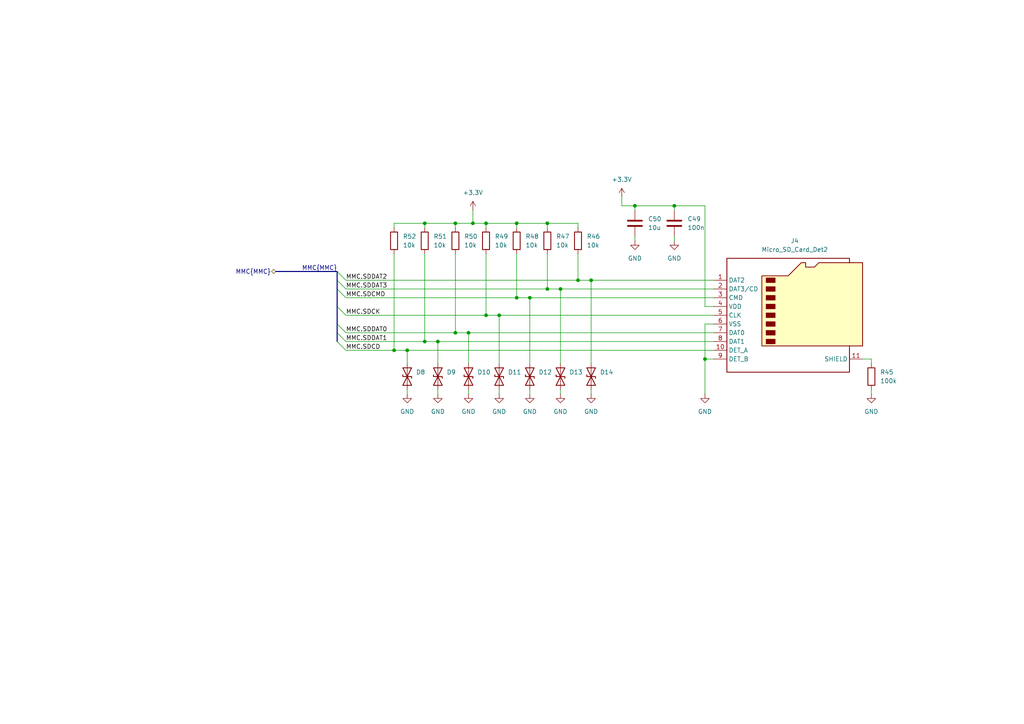
<source format=kicad_sch>
(kicad_sch (version 20250114) (generator "eeschema") (generator_version "9.0")
  (paper "A4")
  (lib_symbols
    (symbol "Connector:Micro_SD_Card_Det2"
      (property "Reference" "J" (at -16.51 17.78 0))
      (property "Value" "Micro_SD_Card_Det2" (at 16.51 17.78 0))
      (symbol "Micro_SD_Card_Det2_0_1"
        (polyline (pts (xy -8.89 -8.89) (xy -8.89 11.43) (xy -1.27 11.43) (xy 2.54 15.24) (xy 3.81 15.24) (xy 3.81 13.97) (xy 6.35 13.97) (xy 7.62 15.24) (xy 20.32 15.24) (xy 20.32 -8.89) (xy -8.89 -8.89)) (stroke (width 0.254)) (fill (type background)))
        (rectangle (start -7.62 10.795) (end -5.08 9.525) (stroke (width 0.254)) (fill (type outline)))
        (rectangle (start -7.62 8.255) (end -5.08 6.985) (stroke (width 0.254)) (fill (type outline)))
        (rectangle (start -7.62 5.715) (end -5.08 4.445) (stroke (width 0.254)) (fill (type outline)))
        (rectangle (start -7.62 3.175) (end -5.08 1.905) (stroke (width 0.254)) (fill (type outline)))
        (rectangle (start -7.62 0.635) (end -5.08 -0.635) (stroke (width 0.254)) (fill (type outline)))
        (rectangle (start -7.62 -1.905) (end -5.08 -3.175) (stroke (width 0.254)) (fill (type outline)))
        (rectangle (start -7.62 -4.445) (end -5.08 -5.715) (stroke (width 0.254)) (fill (type outline)))
        (rectangle (start -7.62 -6.985) (end -5.08 -8.255) (stroke (width 0.254)) (fill (type outline)))
        (polyline (pts (xy 16.51 15.24) (xy 16.51 16.51) (xy -19.05 16.51) (xy -19.05 -16.51) (xy 16.51 -16.51) (xy 16.51 -8.89)) (stroke (width 0.254)))
      )
      (symbol "Micro_SD_Card_Det2_1_1"
        (pin bidirectional line (at -22.86 10.16 0) (length 3.81) (name "DAT2") (number "1"))
        (pin bidirectional line (at -22.86 7.62 0) (length 3.81) (name "DAT3/CD") (number "2"))
        (pin input line (at -22.86 5.08 0) (length 3.81) (name "CMD") (number "3"))
        (pin power_in line (at -22.86 2.54 0) (length 3.81) (name "VDD") (number "4"))
        (pin input line (at -22.86 0 0) (length 3.81) (name "CLK") (number "5"))
        (pin power_in line (at -22.86 -2.54 0) (length 3.81) (name "VSS") (number "6"))
        (pin bidirectional line (at -22.86 -5.08 0) (length 3.81) (name "DAT0") (number "7"))
        (pin bidirectional line (at -22.86 -7.62 0) (length 3.81) (name "DAT1") (number "8"))
        (pin passive line (at -22.86 -10.16 0) (length 3.81) (name "DET_A") (number "10"))
        (pin passive line (at -22.86 -12.7 0) (length 3.81) (name "DET_B") (number "9"))
        (pin passive line (at 20.32 -12.7 180) (length 3.81) (name "SHIELD") (number "11"))
      )
    )
    (symbol "Device:C" (pin_numbers (hide yes)) (pin_names (offset 0.254))
      (property "Reference" "C" (at 0.635 2.54 0))
      (property "Value" "C" (at 0.635 -2.54 0))
      (symbol "C_0_1"
        (polyline (pts (xy -2.032 0.762) (xy 2.032 0.762)) (stroke (width 0.508)))
        (polyline (pts (xy -2.032 -0.762) (xy 2.032 -0.762)) (stroke (width 0.508)))
      )
      (symbol "C_1_1"
        (pin passive line (at 0 3.81 270) (length 2.794) (name "~") (number "1"))
        (pin passive line (at 0 -3.81 90) (length 2.794) (name "~") (number "2"))
      )
    )
    (symbol "Device:D_TVS" (pin_numbers (hide yes)) (pin_names (offset 1.016) (hide yes))
      (property "Reference" "D" (at 0 2.54 0))
      (property "Value" "D_TVS" (at 0 -2.54 0))
      (symbol "D_TVS_0_1"
        (polyline (pts (xy -2.54 1.27) (xy -2.54 -1.27) (xy 2.54 1.27) (xy 2.54 -1.27) (xy -2.54 1.27)) (stroke (width 0.254)))
        (polyline (pts (xy 0.508 1.27) (xy 0 1.27) (xy 0 -1.27) (xy -0.508 -1.27)) (stroke (width 0.254)))
        (polyline (pts (xy 1.27 0) (xy -1.27 0)))
      )
      (symbol "D_TVS_1_1"
        (pin passive line (at -3.81 0 0) (length 2.54) (name "A1") (number "1"))
        (pin passive line (at 3.81 0 180) (length 2.54) (name "A2") (number "2"))
      )
    )
    (symbol "Device:R" (pin_numbers (hide yes)) (pin_names (offset 0))
      (property "Reference" "R" (at 2.032 0 90))
      (property "Value" "R" (at 0 0 90))
      (symbol "R_0_1"
        (rectangle (start -1.016 -2.54) (end 1.016 2.54) (stroke (width 0.254)))
      )
      (symbol "R_1_1"
        (pin passive line (at 0 3.81 270) (length 1.27) (name "~") (number "1"))
        (pin passive line (at 0 -3.81 90) (length 1.27) (name "~") (number "2"))
      )
    )
    (symbol "power:+3.3V" (power) (pin_numbers (hide yes)) (pin_names (offset 0) (hide yes))
      (property "Value" "+3.3V" (at 0 3.556 0))
      (symbol "+3.3V_0_1"
        (polyline (pts (xy -0.762 1.27) (xy 0 2.54)))
        (polyline (pts (xy 0 2.54) (xy 0.762 1.27)))
        (polyline (pts (xy 0 0) (xy 0 2.54)))
      )
      (symbol "+3.3V_1_1"
        (pin power_in line (at 0 0 90) (length 0) (name "~") (number "1"))
      )
    )
    (symbol "power:GND" (power) (pin_numbers (hide yes)) (pin_names (offset 0) (hide yes))
      (property "Value" "GND" (at 0 -3.81 0))
      (symbol "GND_0_1"
        (polyline (pts (xy 0 0) (xy 0 -1.27) (xy 1.27 -1.27) (xy 0 -2.54) (xy -1.27 -1.27) (xy 0 -1.27)))
      )
      (symbol "GND_1_1"
        (pin power_in line (at 0 0 270) (length 0) (name "~") (number "1"))
      )
    )
  )
  (junction (at 184.15 59.69))
  (junction (at 114.3 101.6))
  (junction (at 171.45 81.28))
  (junction (at 123.19 99.06))
  (junction (at 140.97 91.44))
  (junction (at 132.08 96.52))
  (junction (at 162.56 83.82))
  (junction (at 158.75 64.77))
  (junction (at 167.64 81.28))
  (junction (at 195.58 59.69))
  (junction (at 204.47 104.14))
  (junction (at 153.67 86.36))
  (junction (at 149.86 64.77))
  (junction (at 127 99.06))
  (junction (at 158.75 83.82))
  (junction (at 123.19 64.77))
  (junction (at 135.89 96.52))
  (junction (at 149.86 86.36))
  (junction (at 140.97 64.77))
  (junction (at 137.16 64.77))
  (junction (at 132.08 64.77))
  (junction (at 144.78 91.44))
  (junction (at 118.11 101.6))
  (bus_entry (at 97.79 99.06) (size 2.54 2.54))
  (bus_entry (at 97.79 78.74) (size 2.54 2.54))
  (bus_entry (at 97.79 96.52) (size 2.54 2.54))
  (bus_entry (at 97.79 81.28) (size 2.54 2.54))
  (bus_entry (at 97.79 88.9) (size 2.54 2.54))
  (bus_entry (at 97.79 93.98) (size 2.54 2.54))
  (bus_entry (at 97.79 83.82) (size 2.54 2.54))
  (wire (pts (xy 118.11 101.6) (xy 118.11 105.41)))
  (wire (pts (xy 127 99.06) (xy 127 105.41)))
  (wire (pts (xy 114.3 64.77) (xy 123.19 64.77)))
  (wire (pts (xy 184.15 59.69) (xy 195.58 59.69)))
  (wire (pts (xy 204.47 93.98) (xy 204.47 104.14)))
  (wire (pts (xy 158.75 83.82) (xy 162.56 83.82)))
  (bus (pts (xy 97.79 93.98) (xy 97.79 88.9)))
  (wire (pts (xy 204.47 59.69) (xy 204.47 88.9)))
  (bus (pts (xy 97.79 81.28) (xy 97.79 78.74)))
  (wire (pts (xy 144.78 113.03) (xy 144.78 114.3)))
  (wire (pts (xy 123.19 64.77) (xy 132.08 64.77)))
  (wire (pts (xy 158.75 73.66) (xy 158.75 83.82)))
  (bus (pts (xy 97.79 88.9) (xy 97.79 83.82)))
  (wire (pts (xy 184.15 59.69) (xy 184.15 60.96)))
  (wire (pts (xy 171.45 113.03) (xy 171.45 114.3)))
  (wire (pts (xy 100.33 101.6) (xy 114.3 101.6)))
  (wire (pts (xy 167.64 81.28) (xy 171.45 81.28)))
  (wire (pts (xy 100.33 81.28) (xy 167.64 81.28)))
  (wire (pts (xy 171.45 81.28) (xy 207.01 81.28)))
  (wire (pts (xy 100.33 91.44) (xy 140.97 91.44)))
  (wire (pts (xy 180.34 59.69) (xy 184.15 59.69)))
  (wire (pts (xy 144.78 91.44) (xy 207.01 91.44)))
  (wire (pts (xy 127 113.03) (xy 127 114.3)))
  (wire (pts (xy 195.58 59.69) (xy 204.47 59.69)))
  (bus (pts (xy 80.01 78.74) (xy 97.79 78.74)))
  (wire (pts (xy 153.67 86.36) (xy 153.67 105.41)))
  (wire (pts (xy 132.08 64.77) (xy 137.16 64.77)))
  (wire (pts (xy 162.56 113.03) (xy 162.56 114.3)))
  (wire (pts (xy 153.67 86.36) (xy 207.01 86.36)))
  (wire (pts (xy 149.86 64.77) (xy 158.75 64.77)))
  (wire (pts (xy 252.73 105.41) (xy 252.73 104.14)))
  (wire (pts (xy 140.97 64.77) (xy 149.86 64.77)))
  (wire (pts (xy 149.86 86.36) (xy 153.67 86.36)))
  (wire (pts (xy 195.58 68.58) (xy 195.58 69.85)))
  (wire (pts (xy 144.78 91.44) (xy 144.78 105.41)))
  (wire (pts (xy 252.73 113.03) (xy 252.73 114.3)))
  (bus (pts (xy 97.79 83.82) (xy 97.79 81.28)))
  (wire (pts (xy 114.3 66.04) (xy 114.3 64.77)))
  (wire (pts (xy 123.19 73.66) (xy 123.19 99.06)))
  (wire (pts (xy 123.19 64.77) (xy 123.19 66.04)))
  (wire (pts (xy 137.16 60.96) (xy 137.16 64.77)))
  (wire (pts (xy 158.75 64.77) (xy 158.75 66.04)))
  (wire (pts (xy 149.86 73.66) (xy 149.86 86.36)))
  (wire (pts (xy 132.08 64.77) (xy 132.08 66.04)))
  (wire (pts (xy 180.34 57.15) (xy 180.34 59.69)))
  (wire (pts (xy 207.01 93.98) (xy 204.47 93.98)))
  (wire (pts (xy 204.47 104.14) (xy 207.01 104.14)))
  (wire (pts (xy 100.33 96.52) (xy 132.08 96.52)))
  (wire (pts (xy 118.11 113.03) (xy 118.11 114.3)))
  (wire (pts (xy 118.11 101.6) (xy 207.01 101.6)))
  (bus (pts (xy 97.79 96.52) (xy 97.79 93.98)))
  (wire (pts (xy 135.89 96.52) (xy 135.89 105.41)))
  (wire (pts (xy 140.97 91.44) (xy 144.78 91.44)))
  (wire (pts (xy 167.64 64.77) (xy 167.64 66.04)))
  (wire (pts (xy 100.33 83.82) (xy 158.75 83.82)))
  (wire (pts (xy 100.33 86.36) (xy 149.86 86.36)))
  (wire (pts (xy 195.58 59.69) (xy 195.58 60.96)))
  (wire (pts (xy 127 99.06) (xy 207.01 99.06)))
  (wire (pts (xy 100.33 99.06) (xy 123.19 99.06)))
  (wire (pts (xy 132.08 73.66) (xy 132.08 96.52)))
  (wire (pts (xy 153.67 113.03) (xy 153.67 114.3)))
  (wire (pts (xy 114.3 73.66) (xy 114.3 101.6)))
  (bus (pts (xy 97.79 99.06) (xy 97.79 96.52)))
  (wire (pts (xy 250.19 104.14) (xy 252.73 104.14)))
  (wire (pts (xy 184.15 68.58) (xy 184.15 69.85)))
  (wire (pts (xy 135.89 96.52) (xy 207.01 96.52)))
  (wire (pts (xy 162.56 83.82) (xy 207.01 83.82)))
  (wire (pts (xy 135.89 113.03) (xy 135.89 114.3)))
  (wire (pts (xy 123.19 99.06) (xy 127 99.06)))
  (wire (pts (xy 204.47 104.14) (xy 204.47 114.3)))
  (wire (pts (xy 132.08 96.52) (xy 135.89 96.52)))
  (wire (pts (xy 149.86 64.77) (xy 149.86 66.04)))
  (wire (pts (xy 114.3 101.6) (xy 118.11 101.6)))
  (wire (pts (xy 207.01 88.9) (xy 204.47 88.9)))
  (wire (pts (xy 167.64 73.66) (xy 167.64 81.28)))
  (wire (pts (xy 137.16 64.77) (xy 140.97 64.77)))
  (wire (pts (xy 140.97 73.66) (xy 140.97 91.44)))
  (wire (pts (xy 171.45 81.28) (xy 171.45 105.41)))
  (wire (pts (xy 158.75 64.77) (xy 167.64 64.77)))
  (wire (pts (xy 140.97 64.77) (xy 140.97 66.04)))
  (wire (pts (xy 162.56 83.82) (xy 162.56 105.41)))
  (label "MMC.SDDAT0" (at 100.33 96.52 0))
  (label "MMC.SDCK" (at 100.33 91.44 0))
  (label "MMC.SDDAT3" (at 100.33 83.82 0))
  (label "MMC{MMC}" (at 97.79 78.74 180))
  (label "MMC.SDDAT2" (at 100.33 81.28 0))
  (label "MMC.SDCD" (at 100.33 101.6 0))
  (label "MMC.SDCMD" (at 100.33 86.36 0))
  (label "MMC.SDDAT1" (at 100.33 99.06 0))
  (hierarchical_label "MMC{MMC}" (shape bidirectional) (at 80.01 78.74 180))
  (symbol (lib_id "Device:R") (at 114.3 69.85 0) (unit 1)
    (property "Reference" "R52" (at 116.84 68.5799 0) (effects (justify left)))
    (property "Value" "10k" (at 116.84 71.1199 0) (effects (justify left)))
    (property "Footprint" "Resistor_SMD:R_0402_1005Metric" (effects (hide yes)))
    (property "Description" "Resistor" (effects (hide yes)))
  )
  (symbol (lib_id "Device:D_TVS") (at 118.11 109.22 90) (unit 1)
    (property "Reference" "D8" (at 120.65 107.9499 90) (effects (justify right)))
    (property "Value" "D_TVS" (effects (hide yes)))
    (property "Description" "Bidirectional transient-voltage-suppression diode" (effects (hide yes)))
  )
  (symbol (lib_id "power:GND") (at 204.47 114.3 0) (unit 1)
    (property "Reference" "#PWR090" (effects (hide yes)))
    (property "Value" "GND" (at 204.47 119.38 0))
    (property "Description" "Power symbol creates a global label with name \"GND\" , ground" (effects (hide yes)))
  )
  (symbol (lib_id "Device:D_TVS") (at 171.45 109.22 90) (unit 1)
    (property "Reference" "D14" (at 173.99 107.9499 90) (effects (justify right)))
    (property "Value" "D_TVS" (effects (hide yes)))
    (property "Description" "Bidirectional transient-voltage-suppression diode" (effects (hide yes)))
  )
  (symbol (lib_id "power:GND") (at 135.89 114.3 0) (unit 1)
    (property "Reference" "#PWR098" (effects (hide yes)))
    (property "Value" "GND" (at 135.89 119.38 0))
    (property "Description" "Power symbol creates a global label with name \"GND\" , ground" (effects (hide yes)))
  )
  (symbol (lib_id "Device:R") (at 123.19 69.85 0) (unit 1)
    (property "Reference" "R51" (at 125.73 68.5799 0) (effects (justify left)))
    (property "Value" "10k" (at 125.73 71.1199 0) (effects (justify left)))
    (property "Footprint" "Resistor_SMD:R_0402_1005Metric" (effects (hide yes)))
    (property "Description" "Resistor" (effects (hide yes)))
  )
  (symbol (lib_id "Device:R") (at 132.08 69.85 0) (unit 1)
    (property "Reference" "R50" (at 134.62 68.5799 0) (effects (justify left)))
    (property "Value" "10k" (at 134.62 71.1199 0) (effects (justify left)))
    (property "Footprint" "Resistor_SMD:R_0402_1005Metric" (effects (hide yes)))
    (property "Description" "Resistor" (effects (hide yes)))
  )
  (symbol (lib_id "power:GND") (at 127 114.3 0) (unit 1)
    (property "Reference" "#PWR097" (effects (hide yes)))
    (property "Value" "GND" (at 127 119.38 0))
    (property "Description" "Power symbol creates a global label with name \"GND\" , ground" (effects (hide yes)))
  )
  (symbol (lib_id "power:GND") (at 144.78 114.3 0) (unit 1)
    (property "Reference" "#PWR099" (effects (hide yes)))
    (property "Value" "GND" (at 144.78 119.38 0))
    (property "Description" "Power symbol creates a global label with name \"GND\" , ground" (effects (hide yes)))
  )
  (symbol (lib_id "power:+3.3V") (at 137.16 60.96 0) (unit 1)
    (property "Reference" "#PWR095" (effects (hide yes)))
    (property "Value" "+3.3V" (at 137.16 55.88 0))
    (property "Description" "Power symbol creates a global label with name \"+3.3V\"" (effects (hide yes)))
  )
  (symbol (lib_id "power:GND") (at 195.58 69.85 0) (unit 1)
    (property "Reference" "#PWR092" (effects (hide yes)))
    (property "Value" "GND" (at 195.58 74.93 0))
    (property "Description" "Power symbol creates a global label with name \"GND\" , ground" (effects (hide yes)))
  )
  (symbol (lib_id "power:GND") (at 252.73 114.3 0) (unit 1)
    (property "Reference" "#PWR091" (effects (hide yes)))
    (property "Value" "GND" (at 252.73 119.38 0))
    (property "Description" "Power symbol creates a global label with name \"GND\" , ground" (effects (hide yes)))
  )
  (symbol (lib_id "power:GND") (at 184.15 69.85 0) (unit 1)
    (property "Reference" "#PWR093" (effects (hide yes)))
    (property "Value" "GND" (at 184.15 74.93 0))
    (property "Description" "Power symbol creates a global label with name \"GND\" , ground" (effects (hide yes)))
  )
  (symbol (lib_id "Connector:Micro_SD_Card_Det2") (at 229.87 91.44 0) (unit 1)
    (property "Reference" "J4" (at 230.505 69.85 0))
    (property "Value" "Micro_SD_Card_Det2" (at 230.505 72.39 0))
    (property "Footprint" "Connector_Card:microSD_HC_Hirose_DM3AT-SF-PEJM5" (effects (hide yes)))
    (property "Datasheet" "https://www.hirose.com/en/product/document?clcode=&productname=&series=DM3&documenttype=Catalog&lang=en&documentid=D49662_en" (effects (hide yes)))
    (property "Description" "Micro SD Card Socket with two card detection pins" (effects (hide yes)))
  )
  (symbol (lib_id "power:GND") (at 118.11 114.3 0) (unit 1)
    (property "Reference" "#PWR096" (effects (hide yes)))
    (property "Value" "GND" (at 118.11 119.38 0))
    (property "Description" "Power symbol creates a global label with name \"GND\" , ground" (effects (hide yes)))
  )
  (symbol (lib_id "power:GND") (at 153.67 114.3 0) (unit 1)
    (property "Reference" "#PWR0100" (effects (hide yes)))
    (property "Value" "GND" (at 153.67 119.38 0))
    (property "Description" "Power symbol creates a global label with name \"GND\" , ground" (effects (hide yes)))
  )
  (symbol (lib_id "Device:D_TVS") (at 153.67 109.22 90) (unit 1)
    (property "Reference" "D12" (at 156.21 107.9499 90) (effects (justify right)))
    (property "Value" "D_TVS" (effects (hide yes)))
    (property "Description" "Bidirectional transient-voltage-suppression diode" (effects (hide yes)))
  )
  (symbol (lib_id "Device:R") (at 140.97 69.85 0) (unit 1)
    (property "Reference" "R49" (at 143.51 68.5799 0) (effects (justify left)))
    (property "Value" "10k" (at 143.51 71.1199 0) (effects (justify left)))
    (property "Footprint" "Resistor_SMD:R_0402_1005Metric" (effects (hide yes)))
    (property "Description" "Resistor" (effects (hide yes)))
  )
  (symbol (lib_id "Device:R") (at 167.64 69.85 0) (unit 1)
    (property "Reference" "R46" (at 170.18 68.5799 0) (effects (justify left)))
    (property "Value" "10k" (at 170.18 71.1199 0) (effects (justify left)))
    (property "Footprint" "Resistor_SMD:R_0402_1005Metric" (effects (hide yes)))
    (property "Description" "Resistor" (effects (hide yes)))
  )
  (symbol (lib_id "Device:R") (at 158.75 69.85 0) (unit 1)
    (property "Reference" "R47" (at 161.29 68.5799 0) (effects (justify left)))
    (property "Value" "10k" (at 161.29 71.1199 0) (effects (justify left)))
    (property "Footprint" "Resistor_SMD:R_0402_1005Metric" (effects (hide yes)))
    (property "Description" "Resistor" (effects (hide yes)))
  )
  (symbol (lib_id "Device:D_TVS") (at 144.78 109.22 90) (unit 1)
    (property "Reference" "D11" (at 147.32 107.9499 90) (effects (justify right)))
    (property "Value" "D_TVS" (effects (hide yes)))
    (property "Description" "Bidirectional transient-voltage-suppression diode" (effects (hide yes)))
  )
  (symbol (lib_id "power:GND") (at 171.45 114.3 0) (unit 1)
    (property "Reference" "#PWR0105" (effects (hide yes)))
    (property "Value" "GND" (at 171.45 119.38 0))
    (property "Description" "Power symbol creates a global label with name \"GND\" , ground" (effects (hide yes)))
  )
  (symbol (lib_id "power:+3.3V") (at 180.34 57.15 0) (unit 1)
    (property "Reference" "#PWR094" (effects (hide yes)))
    (property "Value" "+3.3V" (at 180.34 52.07 0))
    (property "Description" "Power symbol creates a global label with name \"+3.3V\"" (effects (hide yes)))
  )
  (symbol (lib_id "Device:D_TVS") (at 127 109.22 90) (unit 1)
    (property "Reference" "D9" (at 129.54 107.9499 90) (effects (justify right)))
    (property "Value" "D_TVS" (effects (hide yes)))
    (property "Description" "Bidirectional transient-voltage-suppression diode" (effects (hide yes)))
  )
  (symbol (lib_id "Device:C") (at 184.15 64.77 0) (unit 1)
    (property "Reference" "C50" (at 187.96 63.4999 0) (effects (justify left)))
    (property "Value" "10u" (at 187.96 66.0399 0) (effects (justify left)))
    (property "Footprint" "Capacitor_SMD:C_0805_2012Metric" (effects (hide yes)))
    (property "Description" "Unpolarized capacitor" (effects (hide yes)))
  )
  (symbol (lib_id "Device:D_TVS") (at 162.56 109.22 90) (unit 1)
    (property "Reference" "D13" (at 165.1 107.9499 90) (effects (justify right)))
    (property "Value" "D_TVS" (effects (hide yes)))
    (property "Description" "Bidirectional transient-voltage-suppression diode" (effects (hide yes)))
  )
  (symbol (lib_id "Device:R") (at 252.73 109.22 0) (unit 1)
    (property "Reference" "R45" (at 255.27 107.9499 0) (effects (justify left)))
    (property "Value" "100k" (at 255.27 110.4899 0) (effects (justify left)))
    (property "Footprint" "Resistor_SMD:R_0402_1005Metric" (effects (hide yes)))
    (property "Description" "Resistor" (effects (hide yes)))
  )
  (symbol (lib_id "Device:R") (at 149.86 69.85 0) (unit 1)
    (property "Reference" "R48" (at 152.4 68.5799 0) (effects (justify left)))
    (property "Value" "10k" (at 152.4 71.1199 0) (effects (justify left)))
    (property "Footprint" "Resistor_SMD:R_0402_1005Metric" (effects (hide yes)))
    (property "Description" "Resistor" (effects (hide yes)))
  )
  (symbol (lib_id "Device:C") (at 195.58 64.77 0) (unit 1)
    (property "Reference" "C49" (at 199.39 63.4999 0) (effects (justify left)))
    (property "Value" "100n" (at 199.39 66.0399 0) (effects (justify left)))
    (property "Footprint" "Capacitor_SMD:C_0402_1005Metric" (effects (hide yes)))
    (property "Description" "Unpolarized capacitor" (effects (hide yes)))
  )
  (symbol (lib_id "power:GND") (at 162.56 114.3 0) (unit 1)
    (property "Reference" "#PWR0104" (effects (hide yes)))
    (property "Value" "GND" (at 162.56 119.38 0))
    (property "Description" "Power symbol creates a global label with name \"GND\" , ground" (effects (hide yes)))
  )
  (symbol (lib_id "Device:D_TVS") (at 135.89 109.22 90) (unit 1)
    (property "Reference" "D10" (at 138.43 107.9499 90) (effects (justify right)))
    (property "Value" "D_TVS" (effects (hide yes)))
    (property "Description" "Bidirectional transient-voltage-suppression diode" (effects (hide yes)))
  )
)
</source>
